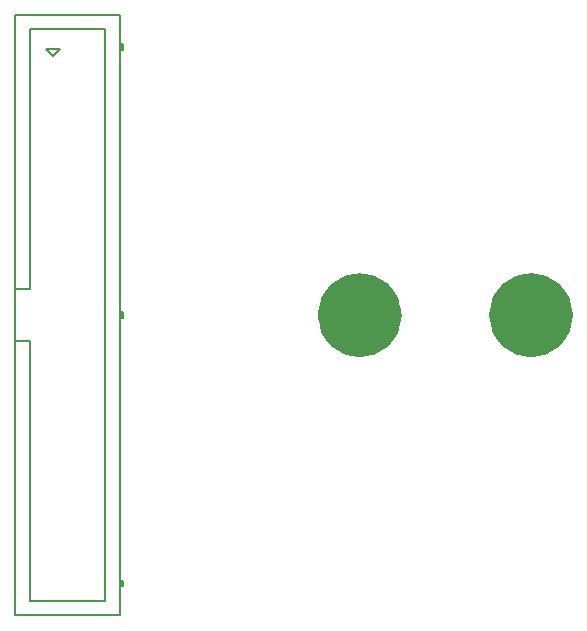
<source format=gbr>
%TF.GenerationSoftware,KiCad,Pcbnew,8.0.3*%
%TF.CreationDate,2025-04-21T22:39:19+02:00*%
%TF.ProjectId,claws,636c6177-732e-46b6-9963-61645f706362,rev?*%
%TF.SameCoordinates,Original*%
%TF.FileFunction,Legend,Top*%
%TF.FilePolarity,Positive*%
%FSLAX46Y46*%
G04 Gerber Fmt 4.6, Leading zero omitted, Abs format (unit mm)*
G04 Created by KiCad (PCBNEW 8.0.3) date 2025-04-21 22:39:19*
%MOMM*%
%LPD*%
G01*
G04 APERTURE LIST*
%ADD10C,3.550000*%
%ADD11C,0.150000*%
G04 APERTURE END LIST*
D10*
X82275000Y-110000000D02*
G75*
G02*
X78725000Y-110000000I-1775000J0D01*
G01*
X78725000Y-110000000D02*
G75*
G02*
X82275000Y-110000000I1775000J0D01*
G01*
X67775000Y-110000000D02*
G75*
G02*
X64225000Y-110000000I-1775000J0D01*
G01*
X64225000Y-110000000D02*
G75*
G02*
X67775000Y-110000000I1775000J0D01*
G01*
D11*
%TO.C,*%
X36800000Y-84610000D02*
X45740000Y-84610000D01*
X36800000Y-107775000D02*
X38100000Y-107775000D01*
X36800000Y-135390000D02*
X36800000Y-84610000D01*
X38100000Y-85810000D02*
X44440000Y-85810000D01*
X38100000Y-107775000D02*
X38100000Y-85810000D01*
X38100000Y-112225000D02*
X36800000Y-112225000D01*
X38100000Y-134190000D02*
X38100000Y-112225000D01*
X39400000Y-87480000D02*
X40600000Y-87480000D01*
X40000000Y-88080000D02*
X39400000Y-87480000D01*
X40600000Y-87480000D02*
X40000000Y-88080000D01*
X44440000Y-85810000D02*
X44440000Y-134190000D01*
X44440000Y-134190000D02*
X38100000Y-134190000D01*
X45740000Y-84610000D02*
X45740000Y-135390000D01*
X45740000Y-87030000D02*
X45940000Y-87030000D01*
X45740000Y-109750000D02*
X45940000Y-109750000D01*
X45740000Y-132470000D02*
X45940000Y-132470000D01*
X45740000Y-135390000D02*
X36800000Y-135390000D01*
X45840000Y-87030000D02*
X45840000Y-87530000D01*
X45840000Y-109750000D02*
X45840000Y-110250000D01*
X45840000Y-132470000D02*
X45840000Y-132970000D01*
X45940000Y-87030000D02*
X45940000Y-87530000D01*
X45940000Y-87530000D02*
X45740000Y-87530000D01*
X45940000Y-109750000D02*
X45940000Y-110250000D01*
X45940000Y-110250000D02*
X45740000Y-110250000D01*
X45940000Y-132470000D02*
X45940000Y-132970000D01*
X45940000Y-132970000D02*
X45740000Y-132970000D01*
%TD*%
M02*

</source>
